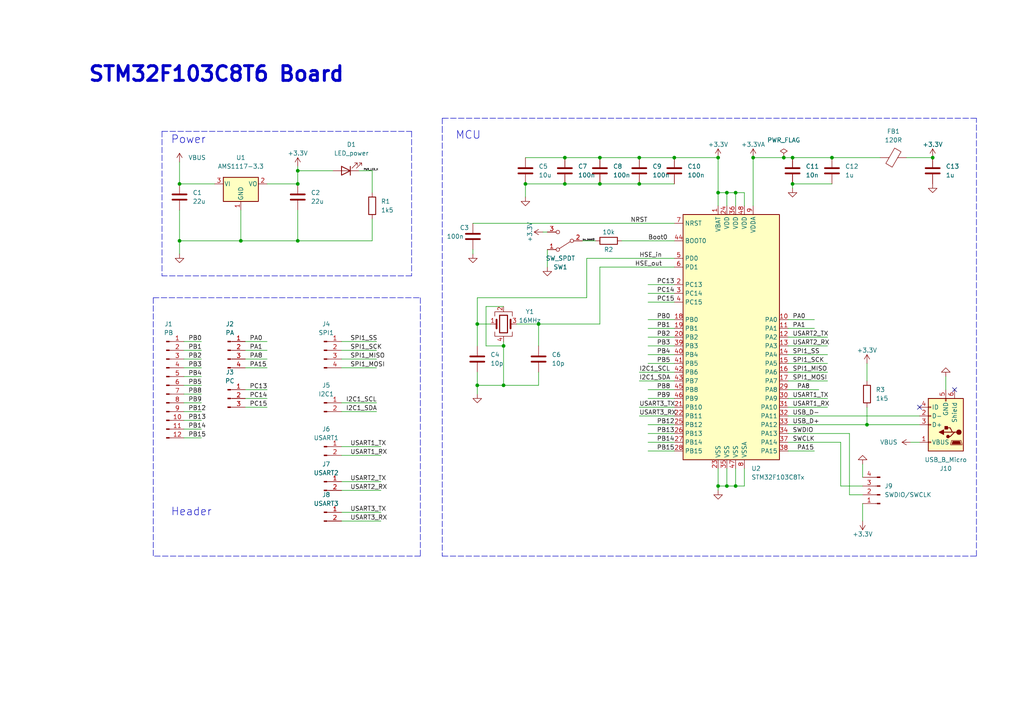
<source format=kicad_sch>
(kicad_sch (version 20211123) (generator eeschema)
  (paper "A4")
  (title_block (title "STM32 board") (date "2022-09-25") (company "Nguyen Duy Huan"))
  (lib_symbols
    (symbol "Connector:Conn_01x02_Male" (pin_names (offset 1.016) hide)
      (property "Reference" "J" (at 0 2.54 0))
      (property "Value" "Conn_01x02_Male" (at 0 -5.08 0))
      (symbol "Conn_01x02_Male_1_1"
        (polyline (pts (xy 1.27 -2.54) (xy 0.8636 -2.54)) (stroke (width 0.1524)))
        (polyline (pts (xy 1.27 0) (xy 0.8636 0)) (stroke (width 0.1524)))
        (rectangle (start 0.8636 -2.413) (end 0 -2.667) (stroke (width 0.1524)) (fill (type outline)))
        (rectangle (start 0.8636 0.127) (end 0 -0.127) (stroke (width 0.1524)) (fill (type outline)))
        (pin passive line (at 5.08 0 180) (length 3.81) (name "Pin_1") (number "1"))
        (pin passive line (at 5.08 -2.54 180) (length 3.81) (name "Pin_2") (number "2"))
      )
    )
    (symbol "Connector:Conn_01x03_Male" (pin_names (offset 1.016) hide)
      (property "Reference" "J" (at 0 5.08 0))
      (property "Value" "Conn_01x03_Male" (at 0 -5.08 0))
      (symbol "Conn_01x03_Male_1_1"
        (polyline (pts (xy 1.27 -2.54) (xy 0.8636 -2.54)) (stroke (width 0.1524)))
        (polyline (pts (xy 1.27 0) (xy 0.8636 0)) (stroke (width 0.1524)))
        (polyline (pts (xy 1.27 2.54) (xy 0.8636 2.54)) (stroke (width 0.1524)))
        (rectangle (start 0.8636 -2.413) (end 0 -2.667) (stroke (width 0.1524)) (fill (type outline)))
        (rectangle (start 0.8636 0.127) (end 0 -0.127) (stroke (width 0.1524)) (fill (type outline)))
        (rectangle (start 0.8636 2.667) (end 0 2.413) (stroke (width 0.1524)) (fill (type outline)))
        (pin passive line (at 5.08 2.54 180) (length 3.81) (name "Pin_1") (number "1"))
        (pin passive line (at 5.08 0 180) (length 3.81) (name "Pin_2") (number "2"))
        (pin passive line (at 5.08 -2.54 180) (length 3.81) (name "Pin_3") (number "3"))
      )
    )
    (symbol "Connector:Conn_01x04_Male" (pin_names (offset 1.016) hide)
      (property "Reference" "J" (at 0 5.08 0))
      (property "Value" "Conn_01x04_Male" (at 0 -7.62 0))
      (symbol "Conn_01x04_Male_1_1"
        (polyline (pts (xy 1.27 -5.08) (xy 0.8636 -5.08)) (stroke (width 0.1524)))
        (polyline (pts (xy 1.27 -2.54) (xy 0.8636 -2.54)) (stroke (width 0.1524)))
        (polyline (pts (xy 1.27 0) (xy 0.8636 0)) (stroke (width 0.1524)))
        (polyline (pts (xy 1.27 2.54) (xy 0.8636 2.54)) (stroke (width 0.1524)))
        (rectangle (start 0.8636 -4.953) (end 0 -5.207) (stroke (width 0.1524)) (fill (type outline)))
        (rectangle (start 0.8636 -2.413) (end 0 -2.667) (stroke (width 0.1524)) (fill (type outline)))
        (rectangle (start 0.8636 0.127) (end 0 -0.127) (stroke (width 0.1524)) (fill (type outline)))
        (rectangle (start 0.8636 2.667) (end 0 2.413) (stroke (width 0.1524)) (fill (type outline)))
        (pin passive line (at 5.08 2.54 180) (length 3.81) (name "Pin_1") (number "1"))
        (pin passive line (at 5.08 0 180) (length 3.81) (name "Pin_2") (number "2"))
        (pin passive line (at 5.08 -2.54 180) (length 3.81) (name "Pin_3") (number "3"))
        (pin passive line (at 5.08 -5.08 180) (length 3.81) (name "Pin_4") (number "4"))
      )
    )
    (symbol "Connector:Conn_01x12_Male" (pin_names (offset 1.016) hide)
      (property "Reference" "J" (at 0 15.24 0))
      (property "Value" "Conn_01x12_Male" (at 0 -17.78 0))
      (symbol "Conn_01x12_Male_1_1"
        (polyline (pts (xy 1.27 -15.24) (xy 0.8636 -15.24)) (stroke (width 0.1524)))
        (polyline (pts (xy 1.27 -12.7) (xy 0.8636 -12.7)) (stroke (width 0.1524)))
        (polyline (pts (xy 1.27 -10.16) (xy 0.8636 -10.16)) (stroke (width 0.1524)))
        (polyline (pts (xy 1.27 -7.62) (xy 0.8636 -7.62)) (stroke (width 0.1524)))
        (polyline (pts (xy 1.27 -5.08) (xy 0.8636 -5.08)) (stroke (width 0.1524)))
        (polyline (pts (xy 1.27 -2.54) (xy 0.8636 -2.54)) (stroke (width 0.1524)))
        (polyline (pts (xy 1.27 0) (xy 0.8636 0)) (stroke (width 0.1524)))
        (polyline (pts (xy 1.27 2.54) (xy 0.8636 2.54)) (stroke (width 0.1524)))
        (polyline (pts (xy 1.27 5.08) (xy 0.8636 5.08)) (stroke (width 0.1524)))
        (polyline (pts (xy 1.27 7.62) (xy 0.8636 7.62)) (stroke (width 0.1524)))
        (polyline (pts (xy 1.27 10.16) (xy 0.8636 10.16)) (stroke (width 0.1524)))
        (polyline (pts (xy 1.27 12.7) (xy 0.8636 12.7)) (stroke (width 0.1524)))
        (rectangle (start 0.8636 -15.113) (end 0 -15.367) (stroke (width 0.1524)) (fill (type outline)))
        (rectangle (start 0.8636 -12.573) (end 0 -12.827) (stroke (width 0.1524)) (fill (type outline)))
        (rectangle (start 0.8636 -10.033) (end 0 -10.287) (stroke (width 0.1524)) (fill (type outline)))
        (rectangle (start 0.8636 -7.493) (end 0 -7.747) (stroke (width 0.1524)) (fill (type outline)))
        (rectangle (start 0.8636 -4.953) (end 0 -5.207) (stroke (width 0.1524)) (fill (type outline)))
        (rectangle (start 0.8636 -2.413) (end 0 -2.667) (stroke (width 0.1524)) (fill (type outline)))
        (rectangle (start 0.8636 0.127) (end 0 -0.127) (stroke (width 0.1524)) (fill (type outline)))
        (rectangle (start 0.8636 2.667) (end 0 2.413) (stroke (width 0.1524)) (fill (type outline)))
        (rectangle (start 0.8636 5.207) (end 0 4.953) (stroke (width 0.1524)) (fill (type outline)))
        (rectangle (start 0.8636 7.747) (end 0 7.493) (stroke (width 0.1524)) (fill (type outline)))
        (rectangle (start 0.8636 10.287) (end 0 10.033) (stroke (width 0.1524)) (fill (type outline)))
        (rectangle (start 0.8636 12.827) (end 0 12.573) (stroke (width 0.1524)) (fill (type outline)))
        (pin passive line (at 5.08 12.7 180) (length 3.81) (name "Pin_1") (number "1"))
        (pin passive line (at 5.08 -10.16 180) (length 3.81) (name "Pin_10") (number "10"))
        (pin passive line (at 5.08 -12.7 180) (length 3.81) (name "Pin_11") (number "11"))
        (pin passive line (at 5.08 -15.24 180) (length 3.81) (name "Pin_12") (number "12"))
        (pin passive line (at 5.08 10.16 180) (length 3.81) (name "Pin_2") (number "2"))
        (pin passive line (at 5.08 7.62 180) (length 3.81) (name "Pin_3") (number "3"))
        (pin passive line (at 5.08 5.08 180) (length 3.81) (name "Pin_4") (number "4"))
        (pin passive line (at 5.08 2.54 180) (length 3.81) (name "Pin_5") (number "5"))
        (pin passive line (at 5.08 0 180) (length 3.81) (name "Pin_6") (number "6"))
        (pin passive line (at 5.08 -2.54 180) (length 3.81) (name "Pin_7") (number "7"))
        (pin passive line (at 5.08 -5.08 180) (length 3.81) (name "Pin_8") (number "8"))
        (pin passive line (at 5.08 -7.62 180) (length 3.81) (name "Pin_9") (number "9"))
      )
    )
    (symbol "Connector:USB_B_Micro" (pin_names (offset 1.016))
      (property "Reference" "J" (at -5.08 11.43 0))
      (property "Value" "USB_B_Micro" (at -5.08 8.89 0))
      (symbol "USB_B_Micro_0_1"
        (rectangle (start -5.08 -7.62) (end 5.08 7.62) (stroke (width 0.254)) (fill (type background)))
        (circle (center -3.81 2.159) (radius 0.635) (stroke (width 0.254)) (fill (type outline)))
        (circle (center -0.635 3.429) (radius 0.381) (stroke (width 0.254)) (fill (type outline)))
        (rectangle (start -0.127 -7.62) (end 0.127 -6.858))
        (polyline (pts (xy -1.905 2.159) (xy 0.635 2.159)) (stroke (width 0.254)))
        (polyline (pts (xy -3.175 2.159) (xy -2.54 2.159) (xy -1.27 3.429) (xy -0.635 3.429)) (stroke (width 0.254)))
        (polyline (pts (xy -2.54 2.159) (xy -1.905 2.159) (xy -1.27 0.889) (xy 0 0.889)) (stroke (width 0.254)))
        (polyline (pts (xy 0.635 2.794) (xy 0.635 1.524) (xy 1.905 2.159) (xy 0.635 2.794)) (stroke (width 0.254)) (fill (type outline)))
        (polyline (pts (xy -4.318 5.588) (xy -1.778 5.588) (xy -2.032 4.826) (xy -4.064 4.826) (xy -4.318 5.588)) (fill (type outline)))
        (polyline (pts (xy -4.699 5.842) (xy -4.699 5.588) (xy -4.445 4.826) (xy -4.445 4.572) (xy -1.651 4.572) (xy -1.651 4.826) (xy -1.397 5.588) (xy -1.397 5.842) (xy -4.699 5.842)))
        (rectangle (start 0.254 1.27) (end -0.508 0.508) (stroke (width 0.254)) (fill (type outline)))
        (rectangle (start 5.08 -5.207) (end 4.318 -4.953))
        (rectangle (start 5.08 -2.667) (end 4.318 -2.413))
        (rectangle (start 5.08 -0.127) (end 4.318 0.127))
        (rectangle (start 5.08 4.953) (end 4.318 5.207))
      )
      (symbol "USB_B_Micro_1_1"
        (pin power_out line (at 7.62 5.08 180) (length 2.54) (name "VBUS") (number "1"))
        (pin bidirectional line (at 7.62 -2.54 180) (length 2.54) (name "D-") (number "2"))
        (pin bidirectional line (at 7.62 0 180) (length 2.54) (name "D+") (number "3"))
        (pin passive line (at 7.62 -5.08 180) (length 2.54) (name "ID") (number "4"))
        (pin power_out line (at 0 -10.16 90) (length 2.54) (name "GND") (number "5"))
        (pin passive line (at -2.54 -10.16 90) (length 2.54) (name "Shield") (number "6"))
      )
    )
    (symbol "Device:C" (pin_numbers hide) (pin_names (offset 0.254))
      (property "Reference" "C" (at 0.635 2.54 0))
      (property "Value" "C" (at 0.635 -2.54 0))
      (symbol "C_0_1"
        (polyline (pts (xy -2.032 -0.762) (xy 2.032 -0.762)) (stroke (width 0.508)))
        (polyline (pts (xy -2.032 0.762) (xy 2.032 0.762)) (stroke (width 0.508)))
      )
      (symbol "C_1_1"
        (pin passive line (at 0 3.81 270) (length 2.794) (name "~") (number "1"))
        (pin passive line (at 0 -3.81 90) (length 2.794) (name "~") (number "2"))
      )
    )
    (symbol "Device:Crystal_GND24" (pin_names (offset 1.016) hide)
      (property "Reference" "Y" (at 3.175 5.08 0))
      (property "Value" "Crystal_GND24" (at 3.175 3.175 0))
      (symbol "Crystal_GND24_0_1"
        (rectangle (start -1.143 2.54) (end 1.143 -2.54) (stroke (width 0.3048)))
        (polyline (pts (xy -2.54 0) (xy -2.032 0)))
        (polyline (pts (xy -2.032 -1.27) (xy -2.032 1.27)) (stroke (width 0.508)))
        (polyline (pts (xy 0 -3.81) (xy 0 -3.556)))
        (polyline (pts (xy 0 3.556) (xy 0 3.81)))
        (polyline (pts (xy 2.032 -1.27) (xy 2.032 1.27)) (stroke (width 0.508)))
        (polyline (pts (xy 2.032 0) (xy 2.54 0)))
        (polyline (pts (xy -2.54 -2.286) (xy -2.54 -3.556) (xy 2.54 -3.556) (xy 2.54 -2.286)))
        (polyline (pts (xy -2.54 2.286) (xy -2.54 3.556) (xy 2.54 3.556) (xy 2.54 2.286)))
      )
      (symbol "Crystal_GND24_1_1"
        (pin passive line (at -3.81 0 0) (length 1.27) (name "1") (number "1"))
        (pin passive line (at 0 5.08 270) (length 1.27) (name "2") (number "2"))
        (pin passive line (at 3.81 0 180) (length 1.27) (name "3") (number "3"))
        (pin passive line (at 0 -5.08 90) (length 1.27) (name "4") (number "4"))
      )
    )
    (symbol "Device:FerriteBead" (pin_numbers hide) (pin_names (offset 0))
      (property "Reference" "FB" (at -3.81 0.635 90))
      (property "Value" "FerriteBead" (at 3.81 0 90))
      (symbol "FerriteBead_0_1"
        (polyline (pts (xy 0 -1.27) (xy 0 -1.2192)))
        (polyline (pts (xy 0 1.27) (xy 0 1.2954)))
        (polyline (pts (xy -2.7686 0.4064) (xy -1.7018 2.2606) (xy 2.7686 -0.3048) (xy 1.6764 -2.159) (xy -2.7686 0.4064)))
      )
      (symbol "FerriteBead_1_1"
        (pin passive line (at 0 3.81 270) (length 2.54) (name "~") (number "1"))
        (pin passive line (at 0 -3.81 90) (length 2.54) (name "~") (number "2"))
      )
    )
    (symbol "Device:LED" (pin_numbers hide) (pin_names (offset 1.016) hide)
      (property "Reference" "D" (at 0 2.54 0))
      (property "Value" "LED" (at 0 -2.54 0))
      (symbol "LED_0_1"
        (polyline (pts (xy -1.27 -1.27) (xy -1.27 1.27)) (stroke (width 0.254)))
        (polyline (pts (xy -1.27 0) (xy 1.27 0)))
        (polyline (pts (xy 1.27 -1.27) (xy 1.27 1.27) (xy -1.27 0) (xy 1.27 -1.27)) (stroke (width 0.254)))
        (polyline (pts (xy -3.048 -0.762) (xy -4.572 -2.286) (xy -3.81 -2.286) (xy -4.572 -2.286) (xy -4.572 -1.524)))
        (polyline (pts (xy -1.778 -0.762) (xy -3.302 -2.286) (xy -2.54 -2.286) (xy -3.302 -2.286) (xy -3.302 -1.524)))
      )
      (symbol "LED_1_1"
        (pin passive line (at -3.81 0 0) (length 2.54) (name "K") (number "1"))
        (pin passive line (at 3.81 0 180) (length 2.54) (name "A") (number "2"))
      )
    )
    (symbol "Device:R" (pin_numbers hide) (pin_names (offset 0))
      (property "Reference" "R" (at 2.032 0 90))
      (property "Value" "R" (at 0 0 90))
      (symbol "R_0_1"
        (rectangle (start -1.016 -2.54) (end 1.016 2.54) (stroke (width 0.254)))
      )
      (symbol "R_1_1"
        (pin passive line (at 0 3.81 270) (length 1.27) (name "~") (number "1"))
        (pin passive line (at 0 -3.81 90) (length 1.27) (name "~") (number "2"))
      )
    )
    (symbol "MCU_ST_STM32F1:STM32F103C8Tx"
      (property "Reference" "U" (at -15.24 36.83 0))
      (property "Value" "STM32F103C8Tx" (at 7.62 36.83 0))
      (symbol "STM32F103C8Tx_0_1"
        (rectangle (start -15.24 -35.56) (end 12.7 35.56) (stroke (width 0.254)) (fill (type background)))
      )
      (symbol "STM32F103C8Tx_1_1"
        (pin power_in line (at -5.08 38.1 270) (length 2.54) (name "VBAT") (number "1"))
        (pin bidirectional line (at 15.24 5.08 180) (length 2.54) (name "PA0") (number "10"))
        (pin bidirectional line (at 15.24 2.54 180) (length 2.54) (name "PA1") (number "11"))
        (pin bidirectional line (at 15.24 0 180) (length 2.54) (name "PA2") (number "12"))
        (pin bidirectional line (at 15.24 -2.54 180) (length 2.54) (name "PA3") (number "13"))
        (pin bidirectional line (at 15.24 -5.08 180) (length 2.54) (name "PA4") (number "14"))
        (pin bidirectional line (at 15.24 -7.62 180) (length 2.54) (name "PA5") (number "15"))
        (pin bidirectional line (at 15.24 -10.16 180) (length 2.54) (name "PA6") (number "16"))
        (pin bidirectional line (at 15.24 -12.7 180) (length 2.54) (name "PA7") (number "17"))
        (pin bidirectional line (at -17.78 5.08 0) (length 2.54) (name "PB0") (number "18"))
        (pin bidirectional line (at -17.78 2.54 0) (length 2.54) (name "PB1") (number "19"))
        (pin bidirectional line (at -17.78 15.24 0) (length 2.54) (name "PC13") (number "2"))
        (pin bidirectional line (at -17.78 0 0) (length 2.54) (name "PB2") (number "20"))
        (pin bidirectional line (at -17.78 -20.32 0) (length 2.54) (name "PB10") (number "21"))
        (pin bidirectional line (at -17.78 -22.86 0) (length 2.54) (name "PB11") (number "22"))
        (pin power_in line (at -5.08 -38.1 90) (length 2.54) (name "VSS") (number "23"))
        (pin power_in line (at -2.54 38.1 270) (length 2.54) (name "VDD") (number "24"))
        (pin bidirectional line (at -17.78 -25.4 0) (length 2.54) (name "PB12") (number "25"))
        (pin bidirectional line (at -17.78 -27.94 0) (length 2.54) (name "PB13") (number "26"))
        (pin bidirectional line (at -17.78 -30.48 0) (length 2.54) (name "PB14") (number "27"))
        (pin bidirectional line (at -17.78 -33.02 0) (length 2.54) (name "PB15") (number "28"))
        (pin bidirectional line (at 15.24 -15.24 180) (length 2.54) (name "PA8") (number "29"))
        (pin bidirectional line (at -17.78 12.7 0) (length 2.54) (name "PC14") (number "3"))
        (pin bidirectional line (at 15.24 -17.78 180) (length 2.54) (name "PA9") (number "30"))
        (pin bidirectional line (at 15.24 -20.32 180) (length 2.54) (name "PA10") (number "31"))
        (pin bidirectional line (at 15.24 -22.86 180) (length 2.54) (name "PA11") (number "32"))
        (pin bidirectional line (at 15.24 -25.4 180) (length 2.54) (name "PA12") (number "33"))
        (pin bidirectional line (at 15.24 -27.94 180) (length 2.54) (name "PA13") (number "34"))
        (pin power_in line (at -2.54 -38.1 90) (length 2.54) (name "VSS") (number "35"))
        (pin power_in line (at 0 38.1 270) (length 2.54) (name "VDD") (number "36"))
        (pin bidirectional line (at 15.24 -30.48 180) (length 2.54) (name "PA14") (number "37"))
        (pin bidirectional line (at 15.24 -33.02 180) (length 2.54) (name "PA15") (number "38"))
        (pin bidirectional line (at -17.78 -2.54 0) (length 2.54) (name "PB3") (number "39"))
        (pin bidirectional line (at -17.78 10.16 0) (length 2.54) (name "PC15") (number "4"))
        (pin bidirectional line (at -17.78 -5.08 0) (length 2.54) (name "PB4") (number "40"))
        (pin bidirectional line (at -17.78 -7.62 0) (length 2.54) (name "PB5") (number "41"))
        (pin bidirectional line (at -17.78 -10.16 0) (length 2.54) (name "PB6") (number "42"))
        (pin bidirectional line (at -17.78 -12.7 0) (length 2.54) (name "PB7") (number "43"))
        (pin input line (at -17.78 27.94 0) (length 2.54) (name "BOOT0") (number "44"))
        (pin bidirectional line (at -17.78 -15.24 0) (length 2.54) (name "PB8") (number "45"))
        (pin bidirectional line (at -17.78 -17.78 0) (length 2.54) (name "PB9") (number "46"))
        (pin power_in line (at 0 -38.1 90) (length 2.54) (name "VSS") (number "47"))
        (pin power_in line (at 2.54 38.1 270) (length 2.54) (name "VDD") (number "48"))
        (pin input line (at -17.78 22.86 0) (length 2.54) (name "PD0") (number "5"))
        (pin input line (at -17.78 20.32 0) (length 2.54) (name "PD1") (number "6"))
        (pin input line (at -17.78 33.02 0) (length 2.54) (name "NRST") (number "7"))
        (pin power_in line (at 2.54 -38.1 90) (length 2.54) (name "VSSA") (number "8"))
        (pin power_in line (at 5.08 38.1 270) (length 2.54) (name "VDDA") (number "9"))
      )
    )
    (symbol "Regulator_Linear:AMS1117-3.3" (pin_names (offset 0.254))
      (property "Reference" "U" (at -3.81 3.175 0))
      (property "Value" "AMS1117-3.3" (at 0 3.175 0))
      (symbol "AMS1117-3.3_0_1"
        (rectangle (start -5.08 -5.08) (end 5.08 1.905) (stroke (width 0.254)) (fill (type background)))
      )
      (symbol "AMS1117-3.3_1_1"
        (pin power_in line (at 0 -7.62 90) (length 2.54) (name "GND") (number "1"))
        (pin power_out line (at 7.62 0 180) (length 2.54) (name "VO") (number "2"))
        (pin power_in line (at -7.62 0 0) (length 2.54) (name "VI") (number "3"))
      )
    )
    (symbol "Switch:SW_SPDT" (pin_names (offset 0) hide)
      (property "Reference" "SW" (at 0 4.318 0))
      (property "Value" "SW_SPDT" (at 0 -5.08 0))
      (symbol "SW_SPDT_0_0"
        (circle (center -2.032 0) (radius 0.508))
        (circle (center 2.032 -2.54) (radius 0.508))
      )
      (symbol "SW_SPDT_0_1"
        (polyline (pts (xy -1.524 0.254) (xy 1.651 2.286)))
        (circle (center 2.032 2.54) (radius 0.508))
      )
      (symbol "SW_SPDT_1_1"
        (pin passive line (at 5.08 2.54 180) (length 2.54) (name "A") (number "1"))
        (pin passive line (at -5.08 0 0) (length 2.54) (name "B") (number "2"))
        (pin passive line (at 5.08 -2.54 180) (length 2.54) (name "C") (number "3"))
      )
    )
    (symbol "power:+3.3V" (power) (pin_names (offset 0))
      (property "Value" "+3.3V" (at 0 3.556 0))
      (symbol "+3.3V_0_1"
        (polyline (pts (xy -0.762 1.27) (xy 0 2.54)))
        (polyline (pts (xy 0 0) (xy 0 2.54)))
        (polyline (pts (xy 0 2.54) (xy 0.762 1.27)))
      )
      (symbol "+3.3V_1_1"
        (pin power_in line (at 0 0 90) (length 0) hide (name "+3.3V") (number "1"))
      )
    )
    (symbol "power:+3.3VA" (power) (pin_names (offset 0))
      (property "Value" "+3.3VA" (at 0 3.556 0))
      (symbol "+3.3VA_0_1"
        (polyline (pts (xy -0.762 1.27) (xy 0 2.54)))
        (polyline (pts (xy 0 0) (xy 0 2.54)))
        (polyline (pts (xy 0 2.54) (xy 0.762 1.27)))
      )
      (symbol "+3.3VA_1_1"
        (pin power_in line (at 0 0 90) (length 0) hide (name "+3.3VA") (number "1"))
      )
    )
    (symbol "power:GND" (power) (pin_names (offset 0))
      (property "Value" "GND" (at 0 -3.81 0))
      (symbol "GND_0_1"
        (polyline (pts (xy 0 0) (xy 0 -1.27) (xy 1.27 -1.27) (xy 0 -2.54) (xy -1.27 -1.27) (xy 0 -1.27)))
      )
      (symbol "GND_1_1"
        (pin power_in line (at 0 0 270) (length 0) hide (name "GND") (number "1"))
      )
    )
    (symbol "power:PWR_FLAG" (power) (pin_numbers hide) (pin_names (offset 0) hide)
      (property "Value" "PWR_FLAG" (at 0 3.81 0))
      (symbol "PWR_FLAG_0_0"
        (pin power_out line (at 0 0 90) (length 0) (name "pwr") (number "1"))
      )
      (symbol "PWR_FLAG_0_1"
        (polyline (pts (xy 0 0) (xy 0 1.27) (xy -1.016 1.905) (xy 0 2.54) (xy 1.016 1.905) (xy 0 1.27)))
      )
    )
    (symbol "power:VBUS" (power) (pin_names (offset 0))
      (property "Value" "VBUS" (at 0 3.81 0))
      (symbol "VBUS_0_1"
        (polyline (pts (xy -0.762 1.27) (xy 0 2.54)))
        (polyline (pts (xy 0 0) (xy 0 2.54)))
        (polyline (pts (xy 0 2.54) (xy 0.762 1.27)))
      )
      (symbol "VBUS_1_1"
        (pin power_in line (at 0 0 90) (length 0) hide (name "VBUS") (number "1"))
      )
    )
  )
  (junction (at 173.99 53.34))
  (junction (at 229.87 45.72))
  (junction (at 213.36 140.97))
  (junction (at 146.05 111.76))
  (junction (at 185.42 53.34))
  (junction (at 208.28 45.72))
  (junction (at 208.28 140.97))
  (junction (at 218.44 45.72))
  (junction (at 146.05 100.33))
  (junction (at 213.36 55.88))
  (junction (at 185.42 45.72))
  (junction (at 86.36 53.34))
  (junction (at 251.46 123.19))
  (junction (at 86.36 49.53))
  (junction (at 163.83 45.72))
  (junction (at 229.87 53.34))
  (junction (at 173.99 45.72))
  (junction (at 138.43 93.98))
  (junction (at 210.82 140.97))
  (junction (at 52.07 69.85))
  (junction (at 210.82 55.88))
  (junction (at 152.4 53.34))
  (junction (at 270.51 45.72))
  (junction (at 86.36 69.85))
  (junction (at 163.83 53.34))
  (junction (at 227.33 45.72))
  (junction (at 52.07 53.34))
  (junction (at 241.3 45.72))
  (junction (at 156.21 93.98))
  (junction (at 195.58 45.72))
  (junction (at 69.85 69.85))
  (junction (at 138.43 111.76))
  (junction (at 208.28 55.88))
  (no_connect (at 276.86 113.03))
  (no_connect (at 266.7 118.11))
  (wire (pts (xy 173.99 53.34) (xy 185.42 53.34)))
  (wire (pts (xy 53.34 114.3) (xy 58.42 114.3)))
  (wire (pts (xy 195.58 45.72) (xy 208.28 45.72)))
  (wire (pts (xy 170.18 74.93) (xy 195.58 74.93)))
  (wire (pts (xy 156.21 107.95) (xy 156.21 111.76)))
  (wire (pts (xy 71.12 99.06) (xy 77.47 99.06)))
  (wire (pts (xy 138.43 93.98) (xy 138.43 100.33)))
  (polyline (pts (xy 44.45 86.36) (xy 44.45 161.29)))
  (wire (pts (xy 187.96 97.79) (xy 195.58 97.79)))
  (wire (pts (xy 99.06 129.54) (xy 110.49 129.54)))
  (wire (pts (xy 243.84 128.27) (xy 243.84 140.97)))
  (wire (pts (xy 187.96 128.27) (xy 195.58 128.27)))
  (wire (pts (xy 69.85 60.96) (xy 69.85 69.85)))
  (polyline (pts (xy 283.21 34.29) (xy 128.27 34.29)))
  (wire (pts (xy 187.96 100.33) (xy 195.58 100.33)))
  (wire (pts (xy 187.96 87.63) (xy 195.58 87.63)))
  (wire (pts (xy 173.99 93.98) (xy 173.99 77.47)))
  (wire (pts (xy 158.75 72.39) (xy 158.75 77.47)))
  (wire (pts (xy 71.12 113.03) (xy 77.47 113.03)))
  (wire (pts (xy 228.6 120.65) (xy 266.7 120.65)))
  (wire (pts (xy 213.36 55.88) (xy 210.82 55.88)))
  (wire (pts (xy 152.4 45.72) (xy 163.83 45.72)))
  (wire (pts (xy 156.21 93.98) (xy 173.99 93.98)))
  (wire (pts (xy 163.83 45.72) (xy 173.99 45.72)))
  (wire (pts (xy 185.42 120.65) (xy 195.58 120.65)))
  (wire (pts (xy 187.96 123.19) (xy 195.58 123.19)))
  (wire (pts (xy 185.42 107.95) (xy 195.58 107.95)))
  (wire (pts (xy 53.34 109.22) (xy 58.42 109.22)))
  (wire (pts (xy 228.6 128.27) (xy 243.84 128.27)))
  (wire (pts (xy 99.06 119.38) (xy 109.22 119.38)))
  (wire (pts (xy 173.99 45.72) (xy 185.42 45.72)))
  (wire (pts (xy 228.6 100.33) (xy 240.03 100.33)))
  (wire (pts (xy 208.28 135.89) (xy 208.28 140.97)))
  (wire (pts (xy 228.6 113.03) (xy 237.49 113.03)))
  (wire (pts (xy 53.34 121.92) (xy 58.42 121.92)))
  (wire (pts (xy 170.18 74.93) (xy 170.18 86.36)))
  (wire (pts (xy 138.43 107.95) (xy 138.43 111.76)))
  (wire (pts (xy 138.43 93.98) (xy 142.24 93.98)))
  (wire (pts (xy 137.16 64.77) (xy 195.58 64.77)))
  (wire (pts (xy 86.36 49.53) (xy 86.36 53.34)))
  (wire (pts (xy 77.47 53.34) (xy 86.36 53.34)))
  (wire (pts (xy 170.18 86.36) (xy 138.43 86.36)))
  (wire (pts (xy 52.07 60.96) (xy 52.07 69.85)))
  (wire (pts (xy 228.6 123.19) (xy 251.46 123.19)))
  (wire (pts (xy 250.19 134.62) (xy 250.19 138.43)))
  (wire (pts (xy 229.87 45.72) (xy 241.3 45.72)))
  (wire (pts (xy 185.42 53.34) (xy 195.58 53.34)))
  (polyline (pts (xy 119.38 38.1) (xy 119.38 80.01)))
  (wire (pts (xy 210.82 140.97) (xy 208.28 140.97)))
  (wire (pts (xy 274.32 109.22) (xy 274.32 113.03)))
  (wire (pts (xy 228.6 102.87) (xy 240.03 102.87)))
  (polyline (pts (xy 121.92 161.29) (xy 44.45 161.29)))
  (wire (pts (xy 156.21 93.98) (xy 156.21 100.33)))
  (wire (pts (xy 208.28 45.72) (xy 208.28 55.88)))
  (wire (pts (xy 137.16 73.66) (xy 137.16 72.39)))
  (wire (pts (xy 71.12 118.11) (xy 77.47 118.11)))
  (wire (pts (xy 215.9 55.88) (xy 213.36 55.88)))
  (wire (pts (xy 185.42 118.11) (xy 195.58 118.11)))
  (wire (pts (xy 86.36 48.26) (xy 86.36 49.53)))
  (wire (pts (xy 52.07 69.85) (xy 52.07 73.66)))
  (wire (pts (xy 228.6 92.71) (xy 236.22 92.71)))
  (wire (pts (xy 99.06 132.08) (xy 110.49 132.08)))
  (wire (pts (xy 246.38 143.51) (xy 250.19 143.51)))
  (wire (pts (xy 71.12 106.68) (xy 77.47 106.68)))
  (wire (pts (xy 146.05 111.76) (xy 138.43 111.76)))
  (wire (pts (xy 208.28 140.97) (xy 208.28 142.24)))
  (wire (pts (xy 187.96 125.73) (xy 195.58 125.73)))
  (wire (pts (xy 210.82 55.88) (xy 208.28 55.88)))
  (polyline (pts (xy 283.21 161.29) (xy 283.21 34.29)))
  (wire (pts (xy 157.48 67.31) (xy 158.75 67.31)))
  (wire (pts (xy 140.97 100.33) (xy 146.05 100.33)))
  (wire (pts (xy 229.87 53.34) (xy 229.87 54.61)))
  (wire (pts (xy 243.84 140.97) (xy 250.19 140.97)))
  (wire (pts (xy 71.12 115.57) (xy 77.47 115.57)))
  (wire (pts (xy 52.07 46.99) (xy 52.07 53.34)))
  (wire (pts (xy 146.05 88.9) (xy 140.97 88.9)))
  (wire (pts (xy 187.96 92.71) (xy 195.58 92.71)))
  (polyline (pts (xy 46.99 38.1) (xy 46.99 80.01)))
  (polyline (pts (xy 119.38 80.01) (xy 46.99 80.01)))
  (wire (pts (xy 228.6 105.41) (xy 240.03 105.41)))
  (wire (pts (xy 107.95 49.53) (xy 107.95 55.88)))
  (wire (pts (xy 140.97 88.9) (xy 140.97 100.33)))
  (wire (pts (xy 228.6 130.81) (xy 236.22 130.81)))
  (wire (pts (xy 99.06 142.24) (xy 110.49 142.24)))
  (wire (pts (xy 146.05 100.33) (xy 146.05 111.76)))
  (wire (pts (xy 251.46 118.11) (xy 251.46 123.19)))
  (wire (pts (xy 229.87 53.34) (xy 241.3 53.34)))
  (wire (pts (xy 107.95 69.85) (xy 107.95 63.5)))
  (wire (pts (xy 262.89 45.72) (xy 270.51 45.72)))
  (wire (pts (xy 210.82 55.88) (xy 210.82 59.69)))
  (polyline (pts (xy 128.27 34.29) (xy 128.27 36.83)))
  (wire (pts (xy 71.12 101.6) (xy 77.47 101.6)))
  (wire (pts (xy 187.96 130.81) (xy 195.58 130.81)))
  (wire (pts (xy 218.44 45.72) (xy 218.44 59.69)))
  (wire (pts (xy 146.05 100.33) (xy 146.05 99.06)))
  (wire (pts (xy 228.6 110.49) (xy 240.03 110.49)))
  (wire (pts (xy 187.96 85.09) (xy 195.58 85.09)))
  (wire (pts (xy 156.21 111.76) (xy 146.05 111.76)))
  (wire (pts (xy 53.34 104.14) (xy 58.42 104.14)))
  (wire (pts (xy 215.9 140.97) (xy 213.36 140.97)))
  (wire (pts (xy 53.34 106.68) (xy 58.42 106.68)))
  (wire (pts (xy 53.34 99.06) (xy 58.42 99.06)))
  (wire (pts (xy 53.34 127) (xy 58.42 127)))
  (wire (pts (xy 152.4 53.34) (xy 152.4 57.15)))
  (wire (pts (xy 187.96 102.87) (xy 195.58 102.87)))
  (wire (pts (xy 187.96 82.55) (xy 195.58 82.55)))
  (wire (pts (xy 180.34 69.85) (xy 195.58 69.85)))
  (wire (pts (xy 99.06 99.06) (xy 109.22 99.06)))
  (wire (pts (xy 99.06 151.13) (xy 110.49 151.13)))
  (wire (pts (xy 168.91 69.85) (xy 172.72 69.85)))
  (wire (pts (xy 53.34 111.76) (xy 58.42 111.76)))
  (wire (pts (xy 185.42 45.72) (xy 195.58 45.72)))
  (wire (pts (xy 149.86 93.98) (xy 156.21 93.98)))
  (wire (pts (xy 138.43 86.36) (xy 138.43 93.98)))
  (wire (pts (xy 213.36 135.89) (xy 213.36 140.97)))
  (wire (pts (xy 185.42 110.49) (xy 195.58 110.49)))
  (wire (pts (xy 99.06 101.6) (xy 109.22 101.6)))
  (wire (pts (xy 69.85 69.85) (xy 52.07 69.85)))
  (polyline (pts (xy 44.45 86.36) (xy 121.92 86.36)))
  (wire (pts (xy 251.46 123.19) (xy 266.7 123.19)))
  (wire (pts (xy 246.38 125.73) (xy 246.38 143.51)))
  (wire (pts (xy 53.34 116.84) (xy 58.42 116.84)))
  (wire (pts (xy 227.33 45.72) (xy 218.44 45.72)))
  (wire (pts (xy 52.07 53.34) (xy 62.23 53.34)))
  (wire (pts (xy 228.6 115.57) (xy 240.03 115.57)))
  (wire (pts (xy 229.87 45.72) (xy 227.33 45.72)))
  (wire (pts (xy 264.16 128.27) (xy 266.7 128.27)))
  (wire (pts (xy 215.9 59.69) (xy 215.9 55.88)))
  (wire (pts (xy 187.96 113.03) (xy 195.58 113.03)))
  (wire (pts (xy 138.43 111.76) (xy 138.43 114.3)))
  (wire (pts (xy 187.96 105.41) (xy 195.58 105.41)))
  (wire (pts (xy 228.6 97.79) (xy 240.03 97.79)))
  (wire (pts (xy 250.19 146.05) (xy 250.19 151.13)))
  (wire (pts (xy 104.14 49.53) (xy 107.95 49.53)))
  (wire (pts (xy 99.06 104.14) (xy 109.22 104.14)))
  (wire (pts (xy 187.96 95.25) (xy 195.58 95.25)))
  (wire (pts (xy 86.36 60.96) (xy 86.36 69.85)))
  (wire (pts (xy 251.46 105.41) (xy 251.46 110.49)))
  (wire (pts (xy 228.6 125.73) (xy 246.38 125.73)))
  (polyline (pts (xy 121.92 86.36) (xy 121.92 161.29)))
  (wire (pts (xy 187.96 115.57) (xy 195.58 115.57)))
  (wire (pts (xy 215.9 135.89) (xy 215.9 140.97)))
  (wire (pts (xy 99.06 106.68) (xy 109.22 106.68)))
  (wire (pts (xy 71.12 104.14) (xy 77.47 104.14)))
  (wire (pts (xy 213.36 140.97) (xy 210.82 140.97)))
  (wire (pts (xy 86.36 69.85) (xy 69.85 69.85)))
  (polyline (pts (xy 128.27 161.29) (xy 283.21 161.29)))
  (wire (pts (xy 53.34 124.46) (xy 58.42 124.46)))
  (wire (pts (xy 163.83 53.34) (xy 173.99 53.34)))
  (wire (pts (xy 228.6 95.25) (xy 236.22 95.25)))
  (polyline (pts (xy 46.99 38.1) (xy 119.38 38.1)))
  (wire (pts (xy 152.4 53.34) (xy 163.83 53.34)))
  (wire (pts (xy 208.28 55.88) (xy 208.28 59.69)))
  (wire (pts (xy 99.06 116.84) (xy 109.22 116.84)))
  (wire (pts (xy 99.06 139.7) (xy 110.49 139.7)))
  (wire (pts (xy 99.06 148.59) (xy 110.49 148.59)))
  (wire (pts (xy 210.82 135.89) (xy 210.82 140.97)))
  (wire (pts (xy 86.36 69.85) (xy 107.95 69.85)))
  (wire (pts (xy 228.6 107.95) (xy 240.03 107.95)))
  (wire (pts (xy 86.36 49.53) (xy 96.52 49.53)))
  (wire (pts (xy 213.36 59.69) (xy 213.36 55.88)))
  (wire (pts (xy 53.34 119.38) (xy 58.42 119.38)))
  (wire (pts (xy 53.34 101.6) (xy 58.42 101.6)))
  (wire (pts (xy 173.99 77.47) (xy 195.58 77.47)))
  (polyline (pts (xy 128.27 36.83) (xy 128.27 161.29)))
  (wire (pts (xy 228.6 118.11) (xy 240.03 118.11)))
  (wire (pts (xy 241.3 45.72) (xy 255.27 45.72)))
  (text "Header\n" (at 49.53 149.86 0) (effects (font (size 2.27 2.27)) (justify left bottom)))
  (text "STM32F103C8T6 Board" (at 25.4 24.13 0) (effects (font (size 4.27 4.27) (thickness 0.854) bold) (justify left bottom)))
  (text "Power\n" (at 49.53 41.91 0) (effects (font (size 2.27 2.27)) (justify left bottom)))
  (text "MCU" (at 132.08 40.64 0) (effects (font (size 2.27 2.27)) (justify left bottom)))
  (label "I2C1_SDA" (at 100.33 119.38 0))
  (label "USART2_TX" (at 101.6 139.7 0))
  (label "PA15" (at 231.14 130.81 0))
  (label "USART2_RX" (at 101.6 142.24 0))
  (label "PA1" (at 72.39 101.6 0))
  (label "SPI1_SCK" (at 229.87 105.41 0))
  (label "PB12" (at 54.61 119.38 0))
  (label "PB5" (at 54.61 111.76 0))
  (label "PC14" (at 72.39 115.57 0))
  (label "PB0" (at 54.61 99.06 0))
  (label "USART3_TX" (at 101.6 148.59 0))
  (label "I2C1_SCL" (at 185.42 107.95 0))
  (label "SPI1_MOSI" (at 101.6 106.68 0))
  (label "SPI1_SS" (at 101.6 99.06 0))
  (label "PA0" (at 229.87 92.71 0))
  (label "PB3" (at 54.61 106.68 0))
  (label "PB2" (at 190.5 97.79 0))
  (label "USART3_RX" (at 101.6 151.13 0))
  (label "I2C1_SDA" (at 185.42 110.49 0))
  (label "PB14" (at 190.5 128.27 0))
  (label "PB9" (at 54.61 116.84 0))
  (label "USART1_TX" (at 101.6 129.54 0))
  (label "HSE_in" (at 185.42 74.93 0))
  (label "USB_D-" (at 229.87 120.65 0))
  (label "sw_boot0" (at 168.91 69.85 0) (effects (font (size 0.5 0.5))))
  (label "PB8" (at 54.61 114.3 0))
  (label "PB15" (at 54.61 127 0))
  (label "Boot0" (at 187.96 69.85 0))
  (label "USART2_TX" (at 229.87 97.79 0))
  (label "SPI1_MISO" (at 229.87 107.95 0))
  (label "PC15" (at 72.39 118.11 0))
  (label "PB9" (at 190.5 115.57 0))
  (label "PB3" (at 190.5 100.33 0))
  (label "PC13" (at 190.5 82.55 0))
  (label "PB4" (at 54.61 109.22 0))
  (label "USART1_RX" (at 229.87 118.11 0))
  (label "SPI1_MOSI" (at 229.87 110.49 0))
  (label "USART1_TX" (at 229.87 115.57 0))
  (label "PB13" (at 54.61 121.92 0))
  (label "PB5" (at 190.5 105.41 0))
  (label "SPI1_SCK" (at 101.6 101.6 0))
  (label "PA15" (at 72.39 106.68 0))
  (label "PB0" (at 190.5 92.71 0))
  (label "PA1" (at 229.87 95.25 0))
  (label "SPI1_SS" (at 229.87 102.87 0))
  (label "PB15" (at 190.5 130.81 0))
  (label "PB2" (at 54.61 104.14 0))
  (label "SWCLK" (at 229.87 128.27 0))
  (label "I2C1_SCL" (at 100.33 116.84 0))
  (label "PA0" (at 72.39 99.06 0))
  (label "USB_D+" (at 229.87 123.19 0))
  (label "PWR_LED_K" (at 105.41 49.53 0) (effects (font (size 0.5 0.5))))
  (label "PC13" (at 72.39 113.03 0))
  (label "PB1" (at 190.5 95.25 0))
  (label "SWDIO" (at 229.87 125.73 0))
  (label "USART3_TX" (at 185.42 118.11 0))
  (label "NRST" (at 182.88 64.77 0))
  (label "PB1" (at 54.61 101.6 0))
  (label "PB12" (at 190.5 123.19 0))
  (label "PA8" (at 72.39 104.14 0))
  (label "PB14" (at 54.61 124.46 0))
  (label "PC15" (at 190.5 87.63 0))
  (label "SPI1_MISO" (at 101.6 104.14 0))
  (label "PB4" (at 190.5 102.87 0))
  (label "PA8" (at 231.14 113.03 0))
  (label "PC14" (at 190.5 85.09 0))
  (label "USART3_RX" (at 185.42 120.65 0))
  (label "PB8" (at 190.5 113.03 0))
  (label "HSE_out" (at 184.15 77.47 0))
  (label "PB13" (at 190.5 125.73 0))
  (label "USART1_RX" (at 101.6 132.08 0))
  (label "USART2_RX" (at 229.87 100.33 0))
  (symbol (lib_id "power:GND") (at 208.28 142.24 0) (unit 1)
    (property "Reference" "#PWR010" (effects hide))
    (property "Value" "GND" (effects hide))
  )
  (symbol (lib_id "power:VBUS") (at 52.07 46.99 0) (unit 1)
    (property "Reference" "#PWR01" (effects hide))
    (property "Value" "VBUS" (at 54.61 45.7199 0) (effects (justify left)))
  )
  (symbol (lib_id "Device:C") (at 241.3 49.53 0) (unit 1)
    (property "Reference" "C12" (at 245.11 48.2599 0) (effects (justify left)))
    (property "Value" "1u" (at 245.11 50.7999 0) (effects (justify left)))
  )
  (symbol (lib_id "Device:C") (at 270.51 49.53 0) (unit 1)
    (property "Reference" "C13" (at 274.32 48.2599 0) (effects (justify left)))
    (property "Value" "1u" (at 274.32 50.7999 0) (effects (justify left)))
  )
  (symbol (lib_id "Connector:Conn_01x12_Male") (at 48.26 111.76 0) (unit 1)
    (property "Reference" "J1" (at 48.895 93.98 0))
    (property "Value" "PB" (at 48.895 96.52 0))
  )
  (symbol (lib_id "Connector:USB_B_Micro") (at 274.32 123.19 180) (unit 1)
    (property "Reference" "J10" (at 274.32 135.89 0))
    (property "Value" "USB_B_Micro" (at 274.32 133.35 0))
  )
  (symbol (lib_id "Switch:SW_SPDT") (at 163.83 69.85 180) (unit 1)
    (property "Reference" "SW1" (at 162.56 77.47 0))
    (property "Value" "SW_SPDT" (at 162.56 74.93 0))
  )
  (symbol (lib_id "Device:C") (at 138.43 104.14 0) (unit 1)
    (property "Reference" "C4" (at 142.24 102.8699 0) (effects (justify left)))
    (property "Value" "10p" (at 142.24 105.4099 0) (effects (justify left)))
  )
  (symbol (lib_id "Device:R") (at 251.46 114.3 0) (unit 1)
    (property "Reference" "R3" (at 254 113.0299 0) (effects (justify left)))
    (property "Value" "1k5" (at 254 115.5699 0) (effects (justify left)))
  )
  (symbol (lib_id "Device:LED") (at 100.33 49.53 180) (unit 1)
    (property "Reference" "D1" (at 101.9175 41.91 0))
    (property "Value" "LED_power" (at 101.9175 44.45 0))
  )
  (symbol (lib_id "power:VBUS") (at 264.16 128.27 90) (unit 1)
    (property "Reference" "#PWR016" (effects hide))
    (property "Value" "VBUS" (at 260.35 128.2699 90) (effects (justify left)))
  )
  (symbol (lib_id "power:PWR_FLAG") (at 227.33 45.72 0) (unit 1)
    (property "Reference" "#FLG0101" (effects hide))
    (property "Value" "PWR_FLAG" (at 227.33 40.64 0))
  )
  (symbol (lib_id "Device:C") (at 163.83 49.53 0) (unit 1)
    (property "Reference" "C7" (at 167.64 48.2599 0) (effects (justify left)))
    (property "Value" "100n" (at 167.64 50.7999 0) (effects (justify left)))
  )
  (symbol (lib_id "Device:C") (at 195.58 49.53 0) (unit 1)
    (property "Reference" "C10" (at 199.39 48.2599 0) (effects (justify left)))
    (property "Value" "100n" (at 199.39 50.7999 0) (effects (justify left)))
  )
  (symbol (lib_id "Device:FerriteBead") (at 259.08 45.72 270) (unit 1)
    (property "Reference" "FB1" (at 259.1308 38.1 90))
    (property "Value" "120R" (at 259.1308 40.64 90))
  )
  (symbol (lib_id "power:GND") (at 250.19 134.62 180) (unit 1)
    (property "Reference" "#PWR013" (effects hide))
    (property "Value" "GND" (effects hide))
  )
  (symbol (lib_id "Device:Crystal_GND24") (at 146.05 93.98 0) (unit 1)
    (property "Reference" "Y1" (at 153.67 90.3986 0))
    (property "Value" "16MHz" (at 153.67 92.9386 0))
  )
  (symbol (lib_id "Device:C") (at 52.07 57.15 0) (unit 1)
    (property "Reference" "C1" (at 55.88 55.8799 0) (effects (justify left)))
    (property "Value" "22u" (at 55.88 58.4199 0) (effects (justify left)))
  )
  (symbol (lib_id "power:GND") (at 274.32 109.22 180) (unit 1)
    (property "Reference" "#PWR019" (effects hide))
    (property "Value" "GND" (effects hide))
  )
  (symbol (lib_id "power:+3.3V") (at 86.36 48.26 0) (unit 1)
    (property "Reference" "#PWR03" (effects hide))
    (property "Value" "+3.3V" (at 86.36 44.45 0))
  )
  (symbol (lib_id "Connector:Conn_01x03_Male") (at 66.04 115.57 0) (unit 1)
    (property "Reference" "J3" (at 66.675 107.95 0))
    (property "Value" "PC" (at 66.675 110.49 0))
  )
  (symbol (lib_id "Connector:Conn_01x02_Male") (at 93.98 116.84 0) (unit 1)
    (property "Reference" "J5" (at 94.615 111.76 0))
    (property "Value" "I2C1" (at 94.615 114.3 0))
  )
  (symbol (lib_id "Device:C") (at 137.16 68.58 0) (unit 1)
    (property "Reference" "C3" (at 133.35 66.04 0) (effects (justify left)))
    (property "Value" "100n" (at 129.54 68.58 0) (effects (justify left)))
  )
  (symbol (lib_id "Connector:Conn_01x04_Male") (at 255.27 143.51 180) (unit 1)
    (property "Reference" "J9" (at 256.54 140.9699 0) (effects (justify right)))
    (property "Value" "SWDIO/SWCLK" (at 256.54 143.5099 0) (effects (justify right)))
  )
  (symbol (lib_id "power:+3.3V") (at 250.19 151.13 180) (unit 1)
    (property "Reference" "#PWR014" (effects hide))
    (property "Value" "+3.3V" (at 250.19 154.94 0))
  )
  (symbol (lib_id "power:GND") (at 137.16 73.66 0) (unit 1)
    (property "Reference" "#PWR04" (effects hide))
    (property "Value" "GND" (effects hide))
  )
  (symbol (lib_id "Device:C") (at 86.36 57.15 0) (unit 1)
    (property "Reference" "C2" (at 90.17 55.8799 0) (effects (justify left)))
    (property "Value" "22u" (at 90.17 58.4199 0) (effects (justify left)))
  )
  (symbol (lib_id "Connector:Conn_01x02_Male") (at 93.98 139.7 0) (unit 1)
    (property "Reference" "J7" (at 94.615 134.62 0))
    (property "Value" "USART2" (at 94.615 137.16 0))
  )
  (symbol (lib_id "Connector:Conn_01x02_Male") (at 93.98 129.54 0) (unit 1)
    (property "Reference" "J6" (at 94.615 124.46 0))
    (property "Value" "USART1" (at 94.615 127 0))
  )
  (symbol (lib_id "power:+3.3V") (at 251.46 105.41 0) (unit 1)
    (property "Reference" "#PWR015" (effects hide))
    (property "Value" "+3.3V" (at 251.46 101.6 0))
  )
  (symbol (lib_id "power:+3.3V") (at 270.51 45.72 0) (unit 1)
    (property "Reference" "#PWR017" (effects hide))
    (property "Value" "+3.3V" (at 270.51 41.91 0))
  )
  (symbol (lib_id "Connector:Conn_01x04_Male") (at 66.04 101.6 0) (unit 1)
    (property "Reference" "J2" (at 66.675 93.98 0))
    (property "Value" "PA" (at 66.675 96.52 0))
  )
  (symbol (lib_id "Connector:Conn_01x02_Male") (at 93.98 148.59 0) (unit 1)
    (property "Reference" "J8" (at 94.615 143.51 0))
    (property "Value" "USART3" (at 94.615 146.05 0))
  )
  (symbol (lib_id "Device:C") (at 185.42 49.53 0) (unit 1)
    (property "Reference" "C9" (at 189.23 48.2599 0) (effects (justify left)))
    (property "Value" "100n" (at 189.23 50.7999 0) (effects (justify left)))
  )
  (symbol (lib_id "Connector:Conn_01x04_Male") (at 93.98 101.6 0) (unit 1)
    (property "Reference" "J4" (at 94.615 93.98 0))
    (property "Value" "SPI1" (at 94.615 96.52 0))
  )
  (symbol (lib_id "MCU_ST_STM32F1:STM32F103C8Tx") (at 213.36 97.79 0) (unit 1)
    (property "Reference" "U2" (at 217.9194 135.89 0) (effects (justify left)))
    (property "Value" "STM32F103C8Tx" (at 217.9194 138.43 0) (effects (justify left)))
    (property "Footprint" "Package_QFP:LQFP-48_7x7mm_P0.5mm" (effects hide))
    (property "Datasheet" "http://www.st.com/st-web-ui/static/active/en/resource/technical/document/datasheet/CD00161566.pdf" (effects hide))
  )
  (symbol (lib_id "Device:C") (at 152.4 49.53 0) (unit 1)
    (property "Reference" "C5" (at 156.21 48.2599 0) (effects (justify left)))
    (property "Value" "10u" (at 156.21 50.7999 0) (effects (justify left)))
  )
  (symbol (lib_id "power:GND") (at 229.87 54.61 0) (unit 1)
    (property "Reference" "#PWR012" (effects hide))
    (property "Value" "GND" (effects hide))
  )
  (symbol (lib_id "power:GND") (at 270.51 53.34 0) (unit 1)
    (property "Reference" "#PWR018" (effects hide))
    (property "Value" "GND" (effects hide))
  )
  (symbol (lib_id "power:GND") (at 52.07 73.66 0) (unit 1)
    (property "Reference" "#PWR02" (effects hide))
    (property "Value" "GND" (effects hide))
  )
  (symbol (lib_id "power:+3.3V") (at 157.48 67.31 90) (unit 1)
    (property "Reference" "#PWR07" (effects hide))
    (property "Value" "+3.3V" (at 153.67 67.31 0))
  )
  (symbol (lib_id "power:GND") (at 158.75 77.47 0) (unit 1)
    (property "Reference" "#PWR08" (effects hide))
    (property "Value" "GND" (effects hide))
  )
  (symbol (lib_id "power:GND") (at 138.43 114.3 0) (unit 1)
    (property "Reference" "#PWR05" (effects hide))
    (property "Value" "GND" (effects hide))
  )
  (symbol (lib_id "Device:C") (at 156.21 104.14 0) (unit 1)
    (property "Reference" "C6" (at 160.02 102.8699 0) (effects (justify left)))
    (property "Value" "10p" (at 160.02 105.4099 0) (effects (justify left)))
  )
  (symbol (lib_id "power:GND") (at 152.4 57.15 0) (unit 1)
    (property "Reference" "#PWR06" (effects hide))
    (property "Value" "GND" (effects hide))
  )
  (symbol (lib_id "power:+3.3V") (at 208.28 45.72 0) (unit 1)
    (property "Reference" "#PWR09" (effects hide))
    (property "Value" "+3.3V" (at 208.28 41.91 0))
  )
  (symbol (lib_id "power:+3.3VA") (at 218.44 45.72 0) (unit 1)
    (property "Reference" "#PWR011" (effects hide))
    (property "Value" "+3.3VA" (at 218.44 41.91 0))
  )
  (symbol (lib_id "Device:R") (at 176.53 69.85 90) (unit 1)
    (property "Reference" "R2" (at 176.53 72.39 90))
    (property "Value" "10k" (at 176.53 67.31 90))
  )
  (symbol (lib_id "Device:C") (at 173.99 49.53 0) (unit 1)
    (property "Reference" "C8" (at 177.8 48.2599 0) (effects (justify left)))
    (property "Value" "100n" (at 177.8 50.7999 0) (effects (justify left)))
  )
  (symbol (lib_id "Regulator_Linear:AMS1117-3.3") (at 69.85 53.34 0) (unit 1)
    (property "Reference" "U1" (at 69.85 45.72 0))
    (property "Value" "AMS1117-3.3" (at 69.85 48.26 0))
    (property "Footprint" "Package_TO_SOT_SMD:SOT-223-3_TabPin2" (effects hide))
    (property "Datasheet" "http://www.advanced-monolithic.com/pdf/ds1117.pdf" (effects hide))
  )
  (symbol (lib_id "Device:R") (at 107.95 59.69 0) (unit 1)
    (property "Reference" "R1" (at 110.49 58.4199 0) (effects (justify left)))
    (property "Value" "1k5" (at 110.49 60.9599 0) (effects (justify left)))
  )
  (symbol (lib_id "Device:C") (at 229.87 49.53 0) (unit 1)
    (property "Reference" "C11" (at 233.68 48.2599 0) (effects (justify left)))
    (property "Value" "10n" (at 233.68 50.7999 0) (effects (justify left)))
  )
)
</source>
